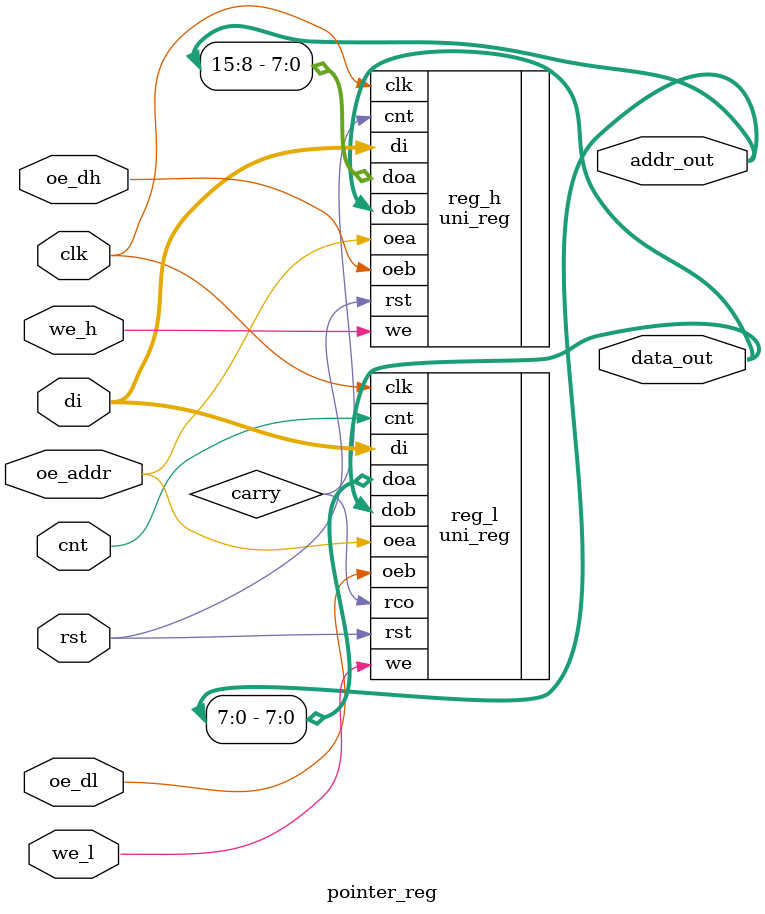
<source format=v>
module pointer_reg(
//output
         addr_out,
         data_out,
//input
         clk,
         rst,
         di,
         oe_addr,
         oe_dl,
         oe_dh,
         cnt,
         we_l,
         we_h);
    input wire clk;
    input wire rst;
    input wire [7:0] di;
    input wire oe_addr;
    input wire oe_dl;
    input wire oe_dh;
    input wire cnt;
    input wire we_l;
    input wire we_h;

    output wire [15:0] addr_out;
    output wire [7:0] data_out;

    wire carry;
    uni_reg reg_l(
            .doa(addr_out[7:0]),
            .dob(data_out),
            .rco(carry),
            .clk(clk),
            .rst(rst),
            .we(we_l),
            .oea(oe_addr),
            .oeb(oe_dl),
            .cnt(cnt),
            .di(di));
    uni_reg reg_h(
            .doa(addr_out[15:8]),
            .dob(data_out),
            .clk(clk),
            .rst(rst),
            .we(we_h),
            .oea(oe_addr),
            .oeb(oe_dh),
            .cnt(carry),
            .di(di));
endmodule

</source>
